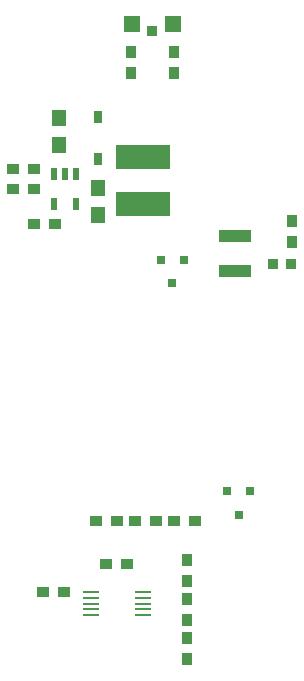
<source format=gbr>
G04 DesignSpark PCB PRO Gerber Version 10.0 Build 5299*
G04 #@! TF.Part,Single*
G04 #@! TF.FileFunction,Paste,Top*
G04 #@! TF.FilePolarity,Positive*
%FSLAX35Y35*%
%MOIN*%
G04 #@! TA.AperFunction,SMDPad,CuDef*
%ADD113R,0.05394X0.01063*%
%ADD108R,0.02126X0.04488*%
%ADD111R,0.02835X0.04213*%
%ADD114R,0.03543X0.03898*%
%ADD109R,0.04950X0.05450*%
%ADD118R,0.03012X0.03012*%
%ADD116R,0.03189X0.03189*%
%ADD119R,0.03366X0.03366*%
%ADD115R,0.05315X0.05315*%
%ADD112R,0.03898X0.03543*%
%ADD117R,0.10598X0.04181*%
%ADD110R,0.18012X0.07972*%
G04 #@! TD.AperFunction*
X0Y0D02*
D02*
D108*
X40354Y200197D03*
Y210039D03*
X44094D03*
X47835Y200197D03*
Y210039D03*
D02*
D109*
X42126Y219909D03*
Y228909D03*
X55118Y196287D03*
Y205287D03*
D02*
D110*
X70079Y200000D03*
Y215748D03*
D02*
D111*
X55118Y215157D03*
Y228937D03*
D02*
D112*
X26815Y205118D03*
Y211811D03*
X33815Y205118D03*
Y211811D03*
X33902Y193307D03*
X36657Y70846D03*
X40902Y193307D03*
X43657Y70846D03*
X54374Y94488D03*
X57917Y79921D03*
X61374Y94488D03*
X64917Y79921D03*
X67366Y94488D03*
X74366D03*
X80358D03*
X87358D03*
D02*
D113*
X52681Y62972D03*
Y64941D03*
Y66909D03*
Y68878D03*
Y70846D03*
X70004Y62972D03*
Y64941D03*
Y66909D03*
Y68878D03*
Y70846D03*
D02*
D114*
X66142Y243744D03*
Y250744D03*
X80315Y243744D03*
Y250744D03*
X84646Y48448D03*
Y55448D03*
Y61441D03*
Y68441D03*
Y74433D03*
Y81433D03*
X119685Y187445D03*
Y194445D03*
D02*
D115*
X66339Y260236D03*
X80118D03*
D02*
D116*
X73228Y257677D03*
D02*
D117*
X100787Y177618D03*
Y189311D03*
D02*
D118*
X76181Y181496D03*
X79921Y173622D03*
X83661Y181496D03*
X98228Y104331D03*
X101969Y96457D03*
X105709Y104331D03*
D02*
D119*
X113583Y179921D03*
X119488D03*
X0Y0D02*
M02*

</source>
